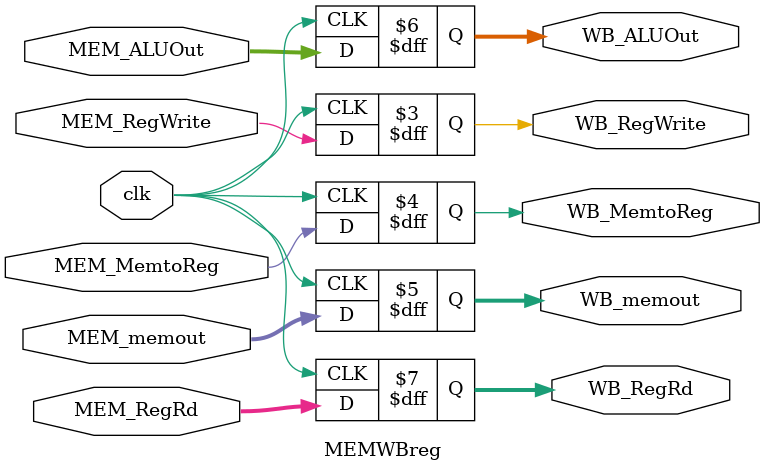
<source format=v>
module MEMWBreg(MEM_RegWrite, MEM_MemtoReg, MEM_ALUOut, MEM_memout, MEM_RegRd,
				WB_RegWrite, WB_MemtoReg, WB_memout, WB_ALUOut, WB_RegRd,
				clk);

	input MEM_RegWrite, MEM_MemtoReg;
	input [63:0] MEM_ALUOut, MEM_memout;
	input [4:0] MEM_RegRd;
	
	output WB_RegWrite, WB_MemtoReg;  // WB Control Signals
    output  [63:0] WB_memout, WB_ALUOut;
    output  [4:0] WB_RegRd;
    
	reg WB_RegWrite, WB_MemtoReg;  // WB Control Signals
    reg  [63:0] WB_memout, WB_ALUOut;
    reg  [4:0] WB_RegRd;
   
    wire [63:0] WB_wd;
    
    input clk;
    
    initial
		begin
            WB_RegWrite <= 0;
            WB_MemtoReg <= 0;
            WB_ALUOut   <= 0;
            WB_memout   <= 0;
            WB_RegRd    <= 0;
        end
    
    
always @(posedge clk)		// MEM/WB Pipeline Register
    begin
            WB_RegWrite <= MEM_RegWrite;
            WB_MemtoReg <= MEM_MemtoReg;
            WB_ALUOut   <= MEM_ALUOut;
            WB_memout   <= MEM_memout;
            WB_RegRd    <= MEM_RegRd;
    end   


endmodule
    
</source>
